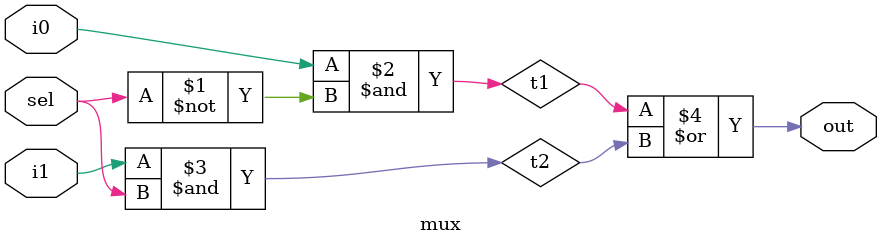
<source format=v>
`timescale 1ns / 1ps
module mux(
    input sel,
    input i0,
    input i1,
    output out
    );
//select i0 if sel=0
wire t1,t2;
and g1(t1,i0,~sel);
and g2(t2,i1,sel);
or g3(out,t1,t2);
endmodule

</source>
